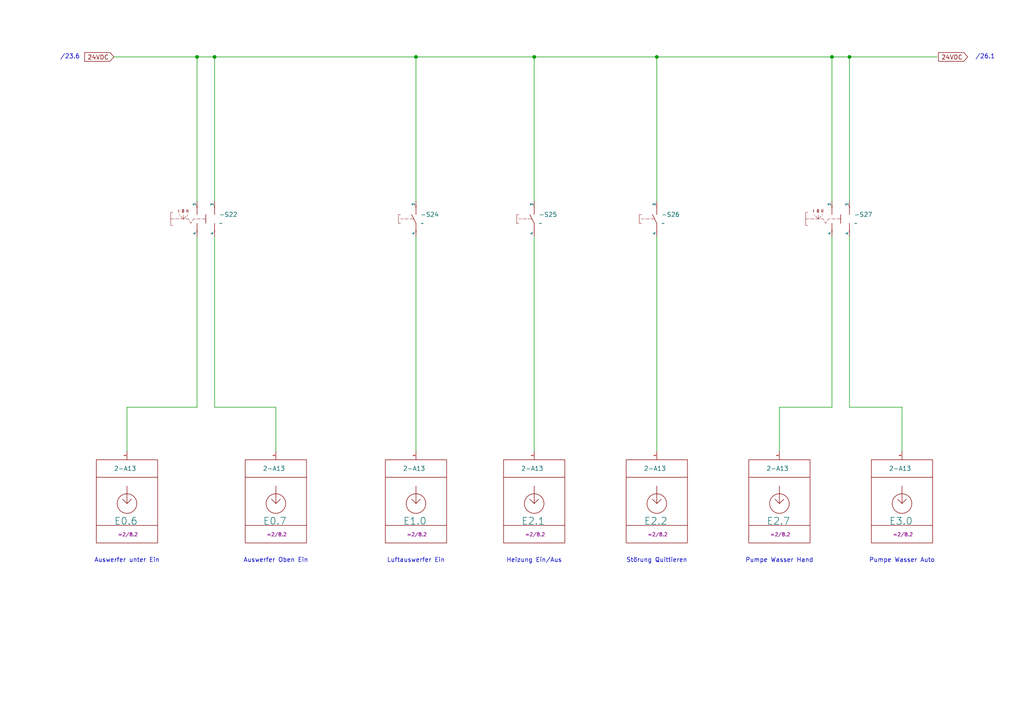
<source format=kicad_sch>
(kicad_sch (version 20250114) (generator "eeschema") (generator_version "9.0")
  (paper "A4")
  (title_block (comment 4 "11"))
  (lib_symbols
    (symbol "Schalter_I-0-II_(S)_NO_1_1" (pin_numbers (hide yes)) (pin_names (offset 0))
      (property "Reference" "-S" (at -6.35 4.826 0))
      (symbol "Schalter_I-0-II_(S)_NO_1_1_0_1"
        (polyline (pts (xy 0 1.27) (xy 0 3.81)))
        (polyline (pts (xy 0 1.27) (xy 0 1.27)))
        (polyline (pts (xy 0 -1.27) (xy 0 -3.81)))
        (polyline (pts (xy 5.08 1.27) (xy 5.08 3.81)))
        (polyline (pts (xy 5.08 1.27) (xy 5.08 1.27)))
        (polyline (pts (xy 5.08 -1.27) (xy 5.08 -3.81)))
      )
      (symbol "Schalter_I-0-II_(S)_NO_1_1_1_1"
        (polyline (pts (xy -6.985 1.905) (xy -7.62 1.905) (xy -7.62 -1.905) (xy -6.985 -1.905)) (stroke (width 0.1016)))
        (polyline (pts (xy -3.937 0) (xy -5.207 1.27)) (stroke (width 0.1016) (type dash)))
        (polyline (pts (xy -3.937 0) (xy -3.937 1.27)) (stroke (width 0.1016) (type dash)))
        (polyline (pts (xy -3.937 0) (xy -2.667 1.27)) (stroke (width 0.1016) (type dash)))
        (polyline (pts (xy 2.54 0) (xy -1.016 0) (xy -1.778 -1.27) (xy -2.54 0) (xy -7.62 0)) (stroke (width 0.1016) (type dash)))
        (polyline (pts (xy 2.54 -1.27) (xy 2.54 1.27)))
        (text "I" (at -5.334 2.286 0) (effects (font (size 0.762 0.762))))
        (text "0" (at -4.064 2.286 0) (effects (font (size 0.762 0.762))))
        (text "II" (at -2.794 2.286 0) (effects (font (size 0.762 0.762))))
        (pin passive line (at 0 5.08 270) (length 1.778) (name "3") (number "3"))
        (pin passive line (at 0 -5.08 90) (length 1.778) (name "4") (number "4"))
        (pin passive line (at 5.08 5.08 270) (length 1.778) (name "3") (number "3"))
        (pin passive line (at 5.08 -5.08 90) (length 1.778) (name "4") (number "4"))
      )
    )
    (symbol "standart:PLC_IN_(E)" (on_board no)
      (property "Reference" "-E" (at -6.35 10.16 0))
      (property "Target" "=Gruppe/ Seite.Pfad" (at 0.254 -8.382 0))
      (symbol "PLC_IN_(E)_0_1"
        (rectangle (start -8.89 12.7) (end 8.89 -11.43))
        (polyline (pts (xy -8.89 7.62) (xy 8.89 7.62)))
        (polyline (pts (xy -8.89 -6.35) (xy 8.89 -6.35)))
        (polyline (pts (xy 0 5.08) (xy 0 0) (xy 1.27 1.27) (xy 0 0) (xy -1.27 1.27)))
        (circle (center 0 0) (radius 2.8398))
      )
      (symbol "PLC_IN_(E)_1_1"
        (pin input line (at 0 15.24 270) (length 2.54) (name "") (number "1"))
      )
    )
    (symbol "standart:Schalter_I-0-II_(S)_NO_1" (pin_numbers (hide yes)) (pin_names (offset 0))
      (property "Reference" "-S" (at -6.35 4.826 0))
      (symbol "Schalter_I-0-II_(S)_NO_1_0_1"
        (polyline (pts (xy 0 1.27) (xy 0 3.81)))
        (polyline (pts (xy 0 1.27) (xy 0 1.27)))
        (polyline (pts (xy 0 -1.27) (xy 0 -3.81)))
        (polyline (pts (xy 5.08 1.27) (xy 5.08 3.81)))
        (polyline (pts (xy 5.08 1.27) (xy 5.08 1.27)))
        (polyline (pts (xy 5.08 -1.27) (xy 5.08 -3.81)))
      )
      (symbol "Schalter_I-0-II_(S)_NO_1_1_1"
        (polyline (pts (xy -6.985 1.905) (xy -7.62 1.905) (xy -7.62 -1.905) (xy -6.985 -1.905)) (stroke (width 0.1016)))
        (polyline (pts (xy -3.937 0) (xy -5.207 1.27)) (stroke (width 0.1016) (type dash)))
        (polyline (pts (xy -3.937 0) (xy -3.937 1.27)) (stroke (width 0.1016) (type dash)))
        (polyline (pts (xy -3.937 0) (xy -2.667 1.27)) (stroke (width 0.1016) (type dash)))
        (polyline (pts (xy 2.54 0) (xy -1.016 0) (xy -1.778 -1.27) (xy -2.54 0) (xy -7.62 0)) (stroke (width 0.1016) (type dash)))
        (polyline (pts (xy 2.54 -1.27) (xy 2.54 1.27)))
        (text "I" (at -5.334 2.286 0) (effects (font (size 0.762 0.762))))
        (text "0" (at -4.064 2.286 0) (effects (font (size 0.762 0.762))))
        (text "II" (at -2.794 2.286 0) (effects (font (size 0.762 0.762))))
        (pin passive line (at 0 5.08 270) (length 1.778) (name "3") (number "3"))
        (pin passive line (at 0 -5.08 90) (length 1.778) (name "4") (number "4"))
        (pin passive line (at 5.08 5.08 270) (length 1.778) (name "3") (number "3"))
        (pin passive line (at 5.08 -5.08 90) (length 1.778) (name "4") (number "4"))
      )
    )
    (symbol "standart:Taster_(S)_NO" (pin_numbers (hide yes)) (pin_names (offset 0))
      (property "Reference" "-S" (at -7.874 5.588 0))
      (symbol "Taster_(S)_NO_0_1"
        (polyline (pts (xy 0 1.27) (xy 0 3.81)))
        (polyline (pts (xy 0 1.27) (xy 0 1.27)))
        (polyline (pts (xy 0 -1.27) (xy -1.27 1.27)))
        (polyline (pts (xy 0 -1.27) (xy 0 -3.81)))
      )
      (symbol "Taster_(S)_NO_1_1"
        (polyline (pts (xy -4.445 -1.27) (xy -5.08 -1.27) (xy -5.08 1.27) (xy -4.445 1.27)) (stroke (width 0.1016)))
        (polyline (pts (xy -0.635 0) (xy -4.445 0)) (stroke (width 0.1016) (type dash)))
        (pin passive line (at 0 5.08 270) (length 1.778) (name "3") (number "3"))
        (pin passive line (at 0 -5.08 90) (length 1.778) (name "4") (number "4"))
      )
    )
  )
  (text "/23.6" (at 20.32 16.51 0) (effects (font (size 1.27 1.27))))
  (text "Luftauswerfer Ein" (at 120.65 162.56 0) (effects (font (size 1.27 1.27))))
  (text "Auswerfer Oben Ein" (at 80.01 162.56 0) (effects (font (size 1.27 1.27))))
  (text "Störung Quittieren" (at 190.5 162.56 0) (effects (font (size 1.27 1.27))))
  (text "Pumpe Wasser Auto" (at 261.62 162.56 0) (effects (font (size 1.27 1.27))))
  (text "/26.1" (at 285.75 16.51 0) (effects (font (size 1.27 1.27))))
  (text "Pumpe Wasser Hand" (at 226.06 162.56 0) (effects (font (size 1.27 1.27))))
  (text "Heizung Ein/Aus" (at 154.94 162.56 0) (effects (font (size 1.27 1.27))))
  (text "Auswerfer unter Ein" (at 36.83 162.56 0) (effects (font (size 1.27 1.27))))
  (junction (at 120.65 16.51))
  (junction (at 154.94 16.51))
  (junction (at 246.38 16.51))
  (junction (at 57.15 16.51))
  (junction (at 241.3 16.51))
  (junction (at 190.5 16.51))
  (junction (at 62.23 16.51))
  (wire (pts (xy 120.65 68.58) (xy 120.65 130.81)))
  (wire (pts (xy 241.3 16.51) (xy 241.3 58.42)))
  (wire (pts (xy 62.23 16.51) (xy 120.65 16.51)))
  (wire (pts (xy 241.3 16.51) (xy 246.38 16.51)))
  (wire (pts (xy 226.06 118.11) (xy 241.3 118.11)))
  (wire (pts (xy 154.94 16.51) (xy 154.94 58.42)))
  (wire (pts (xy 80.01 118.11) (xy 80.01 130.81)))
  (wire (pts (xy 62.23 16.51) (xy 62.23 58.42)))
  (wire (pts (xy 62.23 118.11) (xy 80.01 118.11)))
  (wire (pts (xy 62.23 68.58) (xy 62.23 118.11)))
  (wire (pts (xy 246.38 118.11) (xy 261.62 118.11)))
  (wire (pts (xy 246.38 16.51) (xy 271.78 16.51)))
  (wire (pts (xy 190.5 16.51) (xy 241.3 16.51)))
  (wire (pts (xy 36.83 118.11) (xy 36.83 130.81)))
  (wire (pts (xy 57.15 16.51) (xy 62.23 16.51)))
  (wire (pts (xy 190.5 16.51) (xy 190.5 58.42)))
  (wire (pts (xy 33.02 16.51) (xy 57.15 16.51)))
  (wire (pts (xy 154.94 68.58) (xy 154.94 130.81)))
  (wire (pts (xy 241.3 68.58) (xy 241.3 118.11)))
  (wire (pts (xy 120.65 16.51) (xy 120.65 58.42)))
  (wire (pts (xy 57.15 68.58) (xy 57.15 118.11)))
  (wire (pts (xy 246.38 68.58) (xy 246.38 118.11)))
  (wire (pts (xy 120.65 16.51) (xy 154.94 16.51)))
  (wire (pts (xy 246.38 16.51) (xy 246.38 58.42)))
  (wire (pts (xy 154.94 16.51) (xy 190.5 16.51)))
  (wire (pts (xy 261.62 118.11) (xy 261.62 130.81)))
  (wire (pts (xy 190.5 68.58) (xy 190.5 130.81)))
  (wire (pts (xy 36.83 118.11) (xy 57.15 118.11)))
  (wire (pts (xy 226.06 118.11) (xy 226.06 130.81)))
  (wire (pts (xy 57.15 16.51) (xy 57.15 58.42)))
  (global_label "24VDC" (shape input) (at 33.02 16.51 180) (property "Intersheetrefs" "${INTERSHEET_REFS}" (effects (hide yes))))
  (global_label "24VDC" (shape input) (at 280.67 16.51 180) (property "Intersheetrefs" "${INTERSHEET_REFS}" (effects (hide yes))))
  (symbol (lib_id "standart:Taster_(S)_NO") (at 154.94 63.5 0) (unit 1)
    (property "Reference" "-S25" (at 156.21 62.2299 0) (effects (justify left)))
    (property "Value" "~" (at 156.21 64.7699 0) (effects (justify left)))
  )
  (symbol (lib_id "standart:PLC_IN_(E)") (at 120.65 146.05 0) (unit 1) (on_board no)
    (property "Reference" "E1.0" (at 116.84 151.13 0) (effects (font (size 2.032 2.032)) (justify left)))
    (property "Value" "2-A13" (at 116.84 135.89 0) (effects (justify left)))
    (property "Target" "=2/8.2" (at 120.904 154.432 0) (effects (font (size 1.016 1.016)) (justify top)))
  )
  (symbol (lib_id "standart:PLC_IN_(E)") (at 261.62 146.05 0) (unit 1) (on_board no)
    (property "Reference" "E3.0" (at 257.81 151.13 0) (effects (font (size 2.032 2.032)) (justify left)))
    (property "Value" "2-A13" (at 257.81 135.89 0) (effects (justify left)))
    (property "Target" "=2/8.2" (at 261.874 154.432 0) (effects (font (size 1.016 1.016)) (justify top)))
  )
  (symbol (lib_id "standart:Taster_(S)_NO") (at 190.5 63.5 0) (unit 1)
    (property "Reference" "-S26" (at 191.77 62.2299 0) (effects (justify left)))
    (property "Value" "~" (at 191.77 64.7699 0) (effects (justify left)))
  )
  (symbol (lib_id "standart:Schalter_I-0-II_(S)_NO_1") (at 57.15 63.5 0) (unit 1)
    (property "Reference" "-S22" (at 63.5 62.2299 0) (effects (justify left)))
    (property "Value" "~" (at 63.5 64.7699 0) (effects (justify left)))
  )
  (symbol (lib_name "Schalter_I-0-II_(S)_NO_1_1") (lib_id "standart:Schalter_I-0-II_(S)_NO_1") (at 241.3 63.5 0) (unit 1)
    (property "Reference" "-S27" (at 247.65 62.2299 0) (effects (justify left)))
    (property "Value" "~" (at 247.65 64.7699 0) (effects (justify left)))
  )
  (symbol (lib_id "standart:PLC_IN_(E)") (at 190.5 146.05 0) (unit 1) (on_board no)
    (property "Reference" "E2.2" (at 186.69 151.13 0) (effects (font (size 2.032 2.032)) (justify left)))
    (property "Value" "2-A13" (at 186.69 135.89 0) (effects (justify left)))
    (property "Target" "=2/8.2" (at 190.754 154.432 0) (effects (font (size 1.016 1.016)) (justify top)))
  )
  (symbol (lib_id "standart:Taster_(S)_NO") (at 120.65 63.5 0) (unit 1)
    (property "Reference" "-S24" (at 121.92 62.2299 0) (effects (justify left)))
    (property "Value" "~" (at 121.92 64.7699 0) (effects (justify left)))
  )
  (symbol (lib_id "standart:PLC_IN_(E)") (at 226.06 146.05 0) (unit 1) (on_board no)
    (property "Reference" "E2.7" (at 222.25 151.13 0) (effects (font (size 2.032 2.032)) (justify left)))
    (property "Value" "2-A13" (at 222.25 135.89 0) (effects (justify left)))
    (property "Target" "=2/8.2" (at 226.314 154.432 0) (effects (font (size 1.016 1.016)) (justify top)))
  )
  (symbol (lib_id "standart:PLC_IN_(E)") (at 36.83 146.05 0) (unit 1) (on_board no)
    (property "Reference" "E0.6" (at 33.02 151.13 0) (effects (font (size 2.032 2.032)) (justify left)))
    (property "Value" "2-A13" (at 33.02 135.89 0) (effects (justify left)))
    (property "Target" "=2/8.2" (at 37.084 154.432 0) (effects (font (size 1.016 1.016)) (justify top)))
  )
  (symbol (lib_id "standart:PLC_IN_(E)") (at 154.94 146.05 0) (unit 1) (on_board no)
    (property "Reference" "E2.1" (at 151.13 151.13 0) (effects (font (size 2.032 2.032)) (justify left)))
    (property "Value" "2-A13" (at 151.13 135.89 0) (effects (justify left)))
    (property "Target" "=2/8.2" (at 155.194 154.432 0) (effects (font (size 1.016 1.016)) (justify top)))
  )
  (symbol (lib_id "standart:PLC_IN_(E)") (at 80.01 146.05 0) (unit 1) (on_board no)
    (property "Reference" "E0.7" (at 76.2 151.13 0) (effects (font (size 2.032 2.032)) (justify left)))
    (property "Value" "2-A13" (at 76.2 135.89 0) (effects (justify left)))
    (property "Target" "=2/8.2" (at 80.264 154.432 0) (effects (font (size 1.016 1.016)) (justify top)))
  )
  (sheet (at 323.85 0) (size 320.04 208.28) (stroke (width 0.1524))
    (property "Sheetname" "Ausgänge" (at 323.85 -0.7116 0) (effects (justify left bottom)))
    (property "Sheetfile" "Ausgänge.kicad_sch" (at 323.85 208.8646 0) (effects (justify left top)))
  )
)
</source>
